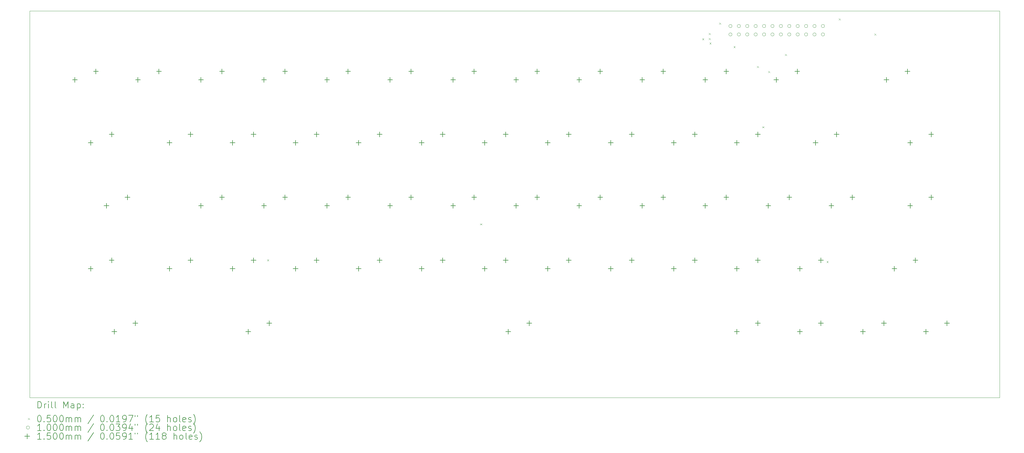
<source format=gbr>
%TF.GenerationSoftware,KiCad,Pcbnew,7.0.1*%
%TF.CreationDate,2023-10-19T22:58:37+03:00*%
%TF.ProjectId,keyboard_cherry,6b657962-6f61-4726-945f-636865727279,rev?*%
%TF.SameCoordinates,Original*%
%TF.FileFunction,Drillmap*%
%TF.FilePolarity,Positive*%
%FSLAX45Y45*%
G04 Gerber Fmt 4.5, Leading zero omitted, Abs format (unit mm)*
G04 Created by KiCad (PCBNEW 7.0.1) date 2023-10-19 22:58:37*
%MOMM*%
%LPD*%
G01*
G04 APERTURE LIST*
%ADD10C,0.100000*%
%ADD11C,0.200000*%
%ADD12C,0.050000*%
%ADD13C,0.150000*%
G04 APERTURE END LIST*
D10*
X0Y0D02*
X29310000Y0D01*
X29310000Y-11700000D01*
X0Y-11700000D01*
X0Y0D01*
D11*
D12*
X7173640Y-7517810D02*
X7223640Y-7567810D01*
X7223640Y-7517810D02*
X7173640Y-7567810D01*
X13611390Y-6432000D02*
X13661390Y-6482000D01*
X13661390Y-6432000D02*
X13611390Y-6482000D01*
X20322740Y-833010D02*
X20372740Y-883010D01*
X20372740Y-833010D02*
X20322740Y-883010D01*
X20519230Y-671620D02*
X20569230Y-721620D01*
X20569230Y-671620D02*
X20519230Y-721620D01*
X20519390Y-823420D02*
X20569390Y-873420D01*
X20569390Y-823420D02*
X20519390Y-873420D01*
X20542620Y-958730D02*
X20592620Y-1008730D01*
X20592620Y-958730D02*
X20542620Y-1008730D01*
X20834730Y-354910D02*
X20884730Y-404910D01*
X20884730Y-354910D02*
X20834730Y-404910D01*
X21271120Y-1069480D02*
X21321120Y-1119480D01*
X21321120Y-1069480D02*
X21271120Y-1119480D01*
X21974800Y-1672790D02*
X22024800Y-1722790D01*
X22024800Y-1672790D02*
X21974800Y-1722790D01*
X22141190Y-3493920D02*
X22191190Y-3543920D01*
X22191190Y-3493920D02*
X22141190Y-3543920D01*
X22319010Y-1822440D02*
X22369010Y-1872440D01*
X22369010Y-1822440D02*
X22319010Y-1872440D01*
X22824510Y-1302350D02*
X22874510Y-1352350D01*
X22874510Y-1302350D02*
X22824510Y-1352350D01*
X24081430Y-7568540D02*
X24131430Y-7618540D01*
X24131430Y-7568540D02*
X24081430Y-7618540D01*
X24448810Y-228410D02*
X24498810Y-278410D01*
X24498810Y-228410D02*
X24448810Y-278410D01*
X25522640Y-688000D02*
X25572640Y-738000D01*
X25572640Y-688000D02*
X25522640Y-738000D01*
D10*
X21225000Y-459000D02*
G75*
G03*
X21225000Y-459000I-50000J0D01*
G01*
X21225000Y-713000D02*
G75*
G03*
X21225000Y-713000I-50000J0D01*
G01*
X21479000Y-459000D02*
G75*
G03*
X21479000Y-459000I-50000J0D01*
G01*
X21479000Y-713000D02*
G75*
G03*
X21479000Y-713000I-50000J0D01*
G01*
X21733000Y-459000D02*
G75*
G03*
X21733000Y-459000I-50000J0D01*
G01*
X21733000Y-713000D02*
G75*
G03*
X21733000Y-713000I-50000J0D01*
G01*
X21987000Y-459000D02*
G75*
G03*
X21987000Y-459000I-50000J0D01*
G01*
X21987000Y-713000D02*
G75*
G03*
X21987000Y-713000I-50000J0D01*
G01*
X22241000Y-459000D02*
G75*
G03*
X22241000Y-459000I-50000J0D01*
G01*
X22241000Y-713000D02*
G75*
G03*
X22241000Y-713000I-50000J0D01*
G01*
X22495000Y-459000D02*
G75*
G03*
X22495000Y-459000I-50000J0D01*
G01*
X22495000Y-713000D02*
G75*
G03*
X22495000Y-713000I-50000J0D01*
G01*
X22749000Y-459000D02*
G75*
G03*
X22749000Y-459000I-50000J0D01*
G01*
X22749000Y-713000D02*
G75*
G03*
X22749000Y-713000I-50000J0D01*
G01*
X23003000Y-459000D02*
G75*
G03*
X23003000Y-459000I-50000J0D01*
G01*
X23003000Y-713000D02*
G75*
G03*
X23003000Y-713000I-50000J0D01*
G01*
X23257000Y-459000D02*
G75*
G03*
X23257000Y-459000I-50000J0D01*
G01*
X23257000Y-713000D02*
G75*
G03*
X23257000Y-713000I-50000J0D01*
G01*
X23511000Y-459000D02*
G75*
G03*
X23511000Y-459000I-50000J0D01*
G01*
X23511000Y-713000D02*
G75*
G03*
X23511000Y-713000I-50000J0D01*
G01*
X23765000Y-459000D02*
G75*
G03*
X23765000Y-459000I-50000J0D01*
G01*
X23765000Y-713000D02*
G75*
G03*
X23765000Y-713000I-50000J0D01*
G01*
X24019000Y-459000D02*
G75*
G03*
X24019000Y-459000I-50000J0D01*
G01*
X24019000Y-713000D02*
G75*
G03*
X24019000Y-713000I-50000J0D01*
G01*
D13*
X1364290Y-2009000D02*
X1364290Y-2159000D01*
X1289290Y-2084000D02*
X1439290Y-2084000D01*
X1840540Y-3914000D02*
X1840540Y-4064000D01*
X1765540Y-3989000D02*
X1915540Y-3989000D01*
X1840540Y-7724000D02*
X1840540Y-7874000D01*
X1765540Y-7799000D02*
X1915540Y-7799000D01*
X1999290Y-1755000D02*
X1999290Y-1905000D01*
X1924290Y-1830000D02*
X2074290Y-1830000D01*
X2316790Y-5819000D02*
X2316790Y-5969000D01*
X2241790Y-5894000D02*
X2391790Y-5894000D01*
X2475540Y-3660000D02*
X2475540Y-3810000D01*
X2400540Y-3735000D02*
X2550540Y-3735000D01*
X2475540Y-7470000D02*
X2475540Y-7620000D01*
X2400540Y-7545000D02*
X2550540Y-7545000D01*
X2554920Y-9629000D02*
X2554920Y-9779000D01*
X2479920Y-9704000D02*
X2629920Y-9704000D01*
X2951790Y-5565000D02*
X2951790Y-5715000D01*
X2876790Y-5640000D02*
X3026790Y-5640000D01*
X3189920Y-9375000D02*
X3189920Y-9525000D01*
X3114920Y-9450000D02*
X3264920Y-9450000D01*
X3269290Y-2009000D02*
X3269290Y-2159000D01*
X3194290Y-2084000D02*
X3344290Y-2084000D01*
X3904290Y-1755000D02*
X3904290Y-1905000D01*
X3829290Y-1830000D02*
X3979290Y-1830000D01*
X4221790Y-3914000D02*
X4221790Y-4064000D01*
X4146790Y-3989000D02*
X4296790Y-3989000D01*
X4221790Y-7724000D02*
X4221790Y-7874000D01*
X4146790Y-7799000D02*
X4296790Y-7799000D01*
X4856790Y-3660000D02*
X4856790Y-3810000D01*
X4781790Y-3735000D02*
X4931790Y-3735000D01*
X4856790Y-7470000D02*
X4856790Y-7620000D01*
X4781790Y-7545000D02*
X4931790Y-7545000D01*
X5174290Y-2009000D02*
X5174290Y-2159000D01*
X5099290Y-2084000D02*
X5249290Y-2084000D01*
X5174290Y-5819000D02*
X5174290Y-5969000D01*
X5099290Y-5894000D02*
X5249290Y-5894000D01*
X5809290Y-1755000D02*
X5809290Y-1905000D01*
X5734290Y-1830000D02*
X5884290Y-1830000D01*
X5809290Y-5565000D02*
X5809290Y-5715000D01*
X5734290Y-5640000D02*
X5884290Y-5640000D01*
X6126790Y-3914000D02*
X6126790Y-4064000D01*
X6051790Y-3989000D02*
X6201790Y-3989000D01*
X6126790Y-7724000D02*
X6126790Y-7874000D01*
X6051790Y-7799000D02*
X6201790Y-7799000D01*
X6603040Y-9629000D02*
X6603040Y-9779000D01*
X6528040Y-9704000D02*
X6678040Y-9704000D01*
X6761790Y-3660000D02*
X6761790Y-3810000D01*
X6686790Y-3735000D02*
X6836790Y-3735000D01*
X6761790Y-7470000D02*
X6761790Y-7620000D01*
X6686790Y-7545000D02*
X6836790Y-7545000D01*
X7079290Y-2009000D02*
X7079290Y-2159000D01*
X7004290Y-2084000D02*
X7154290Y-2084000D01*
X7079290Y-5819000D02*
X7079290Y-5969000D01*
X7004290Y-5894000D02*
X7154290Y-5894000D01*
X7238040Y-9375000D02*
X7238040Y-9525000D01*
X7163040Y-9450000D02*
X7313040Y-9450000D01*
X7714290Y-1755000D02*
X7714290Y-1905000D01*
X7639290Y-1830000D02*
X7789290Y-1830000D01*
X7714290Y-5565000D02*
X7714290Y-5715000D01*
X7639290Y-5640000D02*
X7789290Y-5640000D01*
X8031790Y-3914000D02*
X8031790Y-4064000D01*
X7956790Y-3989000D02*
X8106790Y-3989000D01*
X8031790Y-7724000D02*
X8031790Y-7874000D01*
X7956790Y-7799000D02*
X8106790Y-7799000D01*
X8666790Y-3660000D02*
X8666790Y-3810000D01*
X8591790Y-3735000D02*
X8741790Y-3735000D01*
X8666790Y-7470000D02*
X8666790Y-7620000D01*
X8591790Y-7545000D02*
X8741790Y-7545000D01*
X8984290Y-2009000D02*
X8984290Y-2159000D01*
X8909290Y-2084000D02*
X9059290Y-2084000D01*
X8984290Y-5819000D02*
X8984290Y-5969000D01*
X8909290Y-5894000D02*
X9059290Y-5894000D01*
X9619290Y-1755000D02*
X9619290Y-1905000D01*
X9544290Y-1830000D02*
X9694290Y-1830000D01*
X9619290Y-5565000D02*
X9619290Y-5715000D01*
X9544290Y-5640000D02*
X9694290Y-5640000D01*
X9936790Y-3914000D02*
X9936790Y-4064000D01*
X9861790Y-3989000D02*
X10011790Y-3989000D01*
X9936790Y-7724000D02*
X9936790Y-7874000D01*
X9861790Y-7799000D02*
X10011790Y-7799000D01*
X10571790Y-3660000D02*
X10571790Y-3810000D01*
X10496790Y-3735000D02*
X10646790Y-3735000D01*
X10571790Y-7470000D02*
X10571790Y-7620000D01*
X10496790Y-7545000D02*
X10646790Y-7545000D01*
X10889290Y-2009000D02*
X10889290Y-2159000D01*
X10814290Y-2084000D02*
X10964290Y-2084000D01*
X10889290Y-5819000D02*
X10889290Y-5969000D01*
X10814290Y-5894000D02*
X10964290Y-5894000D01*
X11524290Y-1755000D02*
X11524290Y-1905000D01*
X11449290Y-1830000D02*
X11599290Y-1830000D01*
X11524290Y-5565000D02*
X11524290Y-5715000D01*
X11449290Y-5640000D02*
X11599290Y-5640000D01*
X11841790Y-3914000D02*
X11841790Y-4064000D01*
X11766790Y-3989000D02*
X11916790Y-3989000D01*
X11841790Y-7724000D02*
X11841790Y-7874000D01*
X11766790Y-7799000D02*
X11916790Y-7799000D01*
X12476790Y-3660000D02*
X12476790Y-3810000D01*
X12401790Y-3735000D02*
X12551790Y-3735000D01*
X12476790Y-7470000D02*
X12476790Y-7620000D01*
X12401790Y-7545000D02*
X12551790Y-7545000D01*
X12794290Y-2009000D02*
X12794290Y-2159000D01*
X12719290Y-2084000D02*
X12869290Y-2084000D01*
X12794290Y-5819000D02*
X12794290Y-5969000D01*
X12719290Y-5894000D02*
X12869290Y-5894000D01*
X13429290Y-1755000D02*
X13429290Y-1905000D01*
X13354290Y-1830000D02*
X13504290Y-1830000D01*
X13429290Y-5565000D02*
X13429290Y-5715000D01*
X13354290Y-5640000D02*
X13504290Y-5640000D01*
X13746790Y-3914000D02*
X13746790Y-4064000D01*
X13671790Y-3989000D02*
X13821790Y-3989000D01*
X13746790Y-7724000D02*
X13746790Y-7874000D01*
X13671790Y-7799000D02*
X13821790Y-7799000D01*
X14381790Y-3660000D02*
X14381790Y-3810000D01*
X14306790Y-3735000D02*
X14456790Y-3735000D01*
X14381790Y-7470000D02*
X14381790Y-7620000D01*
X14306790Y-7545000D02*
X14456790Y-7545000D01*
X14461170Y-9629000D02*
X14461170Y-9779000D01*
X14386170Y-9704000D02*
X14536170Y-9704000D01*
X14699290Y-2009000D02*
X14699290Y-2159000D01*
X14624290Y-2084000D02*
X14774290Y-2084000D01*
X14699290Y-5819000D02*
X14699290Y-5969000D01*
X14624290Y-5894000D02*
X14774290Y-5894000D01*
X15096170Y-9375000D02*
X15096170Y-9525000D01*
X15021170Y-9450000D02*
X15171170Y-9450000D01*
X15334290Y-1755000D02*
X15334290Y-1905000D01*
X15259290Y-1830000D02*
X15409290Y-1830000D01*
X15334290Y-5565000D02*
X15334290Y-5715000D01*
X15259290Y-5640000D02*
X15409290Y-5640000D01*
X15651790Y-3914000D02*
X15651790Y-4064000D01*
X15576790Y-3989000D02*
X15726790Y-3989000D01*
X15651790Y-7724000D02*
X15651790Y-7874000D01*
X15576790Y-7799000D02*
X15726790Y-7799000D01*
X16286790Y-3660000D02*
X16286790Y-3810000D01*
X16211790Y-3735000D02*
X16361790Y-3735000D01*
X16286790Y-7470000D02*
X16286790Y-7620000D01*
X16211790Y-7545000D02*
X16361790Y-7545000D01*
X16604290Y-2009000D02*
X16604290Y-2159000D01*
X16529290Y-2084000D02*
X16679290Y-2084000D01*
X16604290Y-5819000D02*
X16604290Y-5969000D01*
X16529290Y-5894000D02*
X16679290Y-5894000D01*
X17239290Y-1755000D02*
X17239290Y-1905000D01*
X17164290Y-1830000D02*
X17314290Y-1830000D01*
X17239290Y-5565000D02*
X17239290Y-5715000D01*
X17164290Y-5640000D02*
X17314290Y-5640000D01*
X17556790Y-3914000D02*
X17556790Y-4064000D01*
X17481790Y-3989000D02*
X17631790Y-3989000D01*
X17556790Y-7724000D02*
X17556790Y-7874000D01*
X17481790Y-7799000D02*
X17631790Y-7799000D01*
X18191790Y-3660000D02*
X18191790Y-3810000D01*
X18116790Y-3735000D02*
X18266790Y-3735000D01*
X18191790Y-7470000D02*
X18191790Y-7620000D01*
X18116790Y-7545000D02*
X18266790Y-7545000D01*
X18509290Y-2009000D02*
X18509290Y-2159000D01*
X18434290Y-2084000D02*
X18584290Y-2084000D01*
X18509290Y-5819000D02*
X18509290Y-5969000D01*
X18434290Y-5894000D02*
X18584290Y-5894000D01*
X19144290Y-1755000D02*
X19144290Y-1905000D01*
X19069290Y-1830000D02*
X19219290Y-1830000D01*
X19144290Y-5565000D02*
X19144290Y-5715000D01*
X19069290Y-5640000D02*
X19219290Y-5640000D01*
X19461790Y-3914000D02*
X19461790Y-4064000D01*
X19386790Y-3989000D02*
X19536790Y-3989000D01*
X19461790Y-7724000D02*
X19461790Y-7874000D01*
X19386790Y-7799000D02*
X19536790Y-7799000D01*
X20096790Y-3660000D02*
X20096790Y-3810000D01*
X20021790Y-3735000D02*
X20171790Y-3735000D01*
X20096790Y-7470000D02*
X20096790Y-7620000D01*
X20021790Y-7545000D02*
X20171790Y-7545000D01*
X20414290Y-2009000D02*
X20414290Y-2159000D01*
X20339290Y-2084000D02*
X20489290Y-2084000D01*
X20414290Y-5819000D02*
X20414290Y-5969000D01*
X20339290Y-5894000D02*
X20489290Y-5894000D01*
X21049290Y-1755000D02*
X21049290Y-1905000D01*
X20974290Y-1830000D02*
X21124290Y-1830000D01*
X21049290Y-5565000D02*
X21049290Y-5715000D01*
X20974290Y-5640000D02*
X21124290Y-5640000D01*
X21366790Y-3914000D02*
X21366790Y-4064000D01*
X21291790Y-3989000D02*
X21441790Y-3989000D01*
X21366790Y-7724000D02*
X21366790Y-7874000D01*
X21291790Y-7799000D02*
X21441790Y-7799000D01*
X21366790Y-9629000D02*
X21366790Y-9779000D01*
X21291790Y-9704000D02*
X21441790Y-9704000D01*
X22001790Y-3660000D02*
X22001790Y-3810000D01*
X21926790Y-3735000D02*
X22076790Y-3735000D01*
X22001790Y-7470000D02*
X22001790Y-7620000D01*
X21926790Y-7545000D02*
X22076790Y-7545000D01*
X22001790Y-9375000D02*
X22001790Y-9525000D01*
X21926790Y-9450000D02*
X22076790Y-9450000D01*
X22319290Y-5819000D02*
X22319290Y-5969000D01*
X22244290Y-5894000D02*
X22394290Y-5894000D01*
X22557420Y-2009000D02*
X22557420Y-2159000D01*
X22482420Y-2084000D02*
X22632420Y-2084000D01*
X22954290Y-5565000D02*
X22954290Y-5715000D01*
X22879290Y-5640000D02*
X23029290Y-5640000D01*
X23192420Y-1755000D02*
X23192420Y-1905000D01*
X23117420Y-1830000D02*
X23267420Y-1830000D01*
X23271790Y-7724000D02*
X23271790Y-7874000D01*
X23196790Y-7799000D02*
X23346790Y-7799000D01*
X23271790Y-9629000D02*
X23271790Y-9779000D01*
X23196790Y-9704000D02*
X23346790Y-9704000D01*
X23748040Y-3914000D02*
X23748040Y-4064000D01*
X23673040Y-3989000D02*
X23823040Y-3989000D01*
X23906790Y-7470000D02*
X23906790Y-7620000D01*
X23831790Y-7545000D02*
X23981790Y-7545000D01*
X23906790Y-9375000D02*
X23906790Y-9525000D01*
X23831790Y-9450000D02*
X23981790Y-9450000D01*
X24224290Y-5819000D02*
X24224290Y-5969000D01*
X24149290Y-5894000D02*
X24299290Y-5894000D01*
X24383040Y-3660000D02*
X24383040Y-3810000D01*
X24308040Y-3735000D02*
X24458040Y-3735000D01*
X24859290Y-5565000D02*
X24859290Y-5715000D01*
X24784290Y-5640000D02*
X24934290Y-5640000D01*
X25176790Y-9629000D02*
X25176790Y-9779000D01*
X25101790Y-9704000D02*
X25251790Y-9704000D01*
X25811790Y-9375000D02*
X25811790Y-9525000D01*
X25736790Y-9450000D02*
X25886790Y-9450000D01*
X25891170Y-2009000D02*
X25891170Y-2159000D01*
X25816170Y-2084000D02*
X25966170Y-2084000D01*
X26129290Y-7724000D02*
X26129290Y-7874000D01*
X26054290Y-7799000D02*
X26204290Y-7799000D01*
X26526170Y-1755000D02*
X26526170Y-1905000D01*
X26451170Y-1830000D02*
X26601170Y-1830000D01*
X26605540Y-3914000D02*
X26605540Y-4064000D01*
X26530540Y-3989000D02*
X26680540Y-3989000D01*
X26605540Y-5819000D02*
X26605540Y-5969000D01*
X26530540Y-5894000D02*
X26680540Y-5894000D01*
X26764290Y-7470000D02*
X26764290Y-7620000D01*
X26689290Y-7545000D02*
X26839290Y-7545000D01*
X27081790Y-9629000D02*
X27081790Y-9779000D01*
X27006790Y-9704000D02*
X27156790Y-9704000D01*
X27240540Y-3660000D02*
X27240540Y-3810000D01*
X27165540Y-3735000D02*
X27315540Y-3735000D01*
X27240540Y-5565000D02*
X27240540Y-5715000D01*
X27165540Y-5640000D02*
X27315540Y-5640000D01*
X27716790Y-9375000D02*
X27716790Y-9525000D01*
X27641790Y-9450000D02*
X27791790Y-9450000D01*
D11*
X242619Y-12017524D02*
X242619Y-11817524D01*
X242619Y-11817524D02*
X290238Y-11817524D01*
X290238Y-11817524D02*
X318810Y-11827048D01*
X318810Y-11827048D02*
X337857Y-11846095D01*
X337857Y-11846095D02*
X347381Y-11865143D01*
X347381Y-11865143D02*
X356905Y-11903238D01*
X356905Y-11903238D02*
X356905Y-11931809D01*
X356905Y-11931809D02*
X347381Y-11969905D01*
X347381Y-11969905D02*
X337857Y-11988952D01*
X337857Y-11988952D02*
X318810Y-12008000D01*
X318810Y-12008000D02*
X290238Y-12017524D01*
X290238Y-12017524D02*
X242619Y-12017524D01*
X442619Y-12017524D02*
X442619Y-11884190D01*
X442619Y-11922286D02*
X452143Y-11903238D01*
X452143Y-11903238D02*
X461667Y-11893714D01*
X461667Y-11893714D02*
X480714Y-11884190D01*
X480714Y-11884190D02*
X499762Y-11884190D01*
X566429Y-12017524D02*
X566429Y-11884190D01*
X566429Y-11817524D02*
X556905Y-11827048D01*
X556905Y-11827048D02*
X566429Y-11836571D01*
X566429Y-11836571D02*
X575952Y-11827048D01*
X575952Y-11827048D02*
X566429Y-11817524D01*
X566429Y-11817524D02*
X566429Y-11836571D01*
X690238Y-12017524D02*
X671190Y-12008000D01*
X671190Y-12008000D02*
X661667Y-11988952D01*
X661667Y-11988952D02*
X661667Y-11817524D01*
X795000Y-12017524D02*
X775952Y-12008000D01*
X775952Y-12008000D02*
X766428Y-11988952D01*
X766428Y-11988952D02*
X766428Y-11817524D01*
X1023571Y-12017524D02*
X1023571Y-11817524D01*
X1023571Y-11817524D02*
X1090238Y-11960381D01*
X1090238Y-11960381D02*
X1156905Y-11817524D01*
X1156905Y-11817524D02*
X1156905Y-12017524D01*
X1337857Y-12017524D02*
X1337857Y-11912762D01*
X1337857Y-11912762D02*
X1328333Y-11893714D01*
X1328333Y-11893714D02*
X1309286Y-11884190D01*
X1309286Y-11884190D02*
X1271190Y-11884190D01*
X1271190Y-11884190D02*
X1252143Y-11893714D01*
X1337857Y-12008000D02*
X1318810Y-12017524D01*
X1318810Y-12017524D02*
X1271190Y-12017524D01*
X1271190Y-12017524D02*
X1252143Y-12008000D01*
X1252143Y-12008000D02*
X1242619Y-11988952D01*
X1242619Y-11988952D02*
X1242619Y-11969905D01*
X1242619Y-11969905D02*
X1252143Y-11950857D01*
X1252143Y-11950857D02*
X1271190Y-11941333D01*
X1271190Y-11941333D02*
X1318810Y-11941333D01*
X1318810Y-11941333D02*
X1337857Y-11931809D01*
X1433095Y-11884190D02*
X1433095Y-12084190D01*
X1433095Y-11893714D02*
X1452143Y-11884190D01*
X1452143Y-11884190D02*
X1490238Y-11884190D01*
X1490238Y-11884190D02*
X1509286Y-11893714D01*
X1509286Y-11893714D02*
X1518809Y-11903238D01*
X1518809Y-11903238D02*
X1528333Y-11922286D01*
X1528333Y-11922286D02*
X1528333Y-11979428D01*
X1528333Y-11979428D02*
X1518809Y-11998476D01*
X1518809Y-11998476D02*
X1509286Y-12008000D01*
X1509286Y-12008000D02*
X1490238Y-12017524D01*
X1490238Y-12017524D02*
X1452143Y-12017524D01*
X1452143Y-12017524D02*
X1433095Y-12008000D01*
X1614048Y-11998476D02*
X1623571Y-12008000D01*
X1623571Y-12008000D02*
X1614048Y-12017524D01*
X1614048Y-12017524D02*
X1604524Y-12008000D01*
X1604524Y-12008000D02*
X1614048Y-11998476D01*
X1614048Y-11998476D02*
X1614048Y-12017524D01*
X1614048Y-11893714D02*
X1623571Y-11903238D01*
X1623571Y-11903238D02*
X1614048Y-11912762D01*
X1614048Y-11912762D02*
X1604524Y-11903238D01*
X1604524Y-11903238D02*
X1614048Y-11893714D01*
X1614048Y-11893714D02*
X1614048Y-11912762D01*
D12*
X-55000Y-12320000D02*
X-5000Y-12370000D01*
X-5000Y-12320000D02*
X-55000Y-12370000D01*
D11*
X280714Y-12237524D02*
X299762Y-12237524D01*
X299762Y-12237524D02*
X318810Y-12247048D01*
X318810Y-12247048D02*
X328333Y-12256571D01*
X328333Y-12256571D02*
X337857Y-12275619D01*
X337857Y-12275619D02*
X347381Y-12313714D01*
X347381Y-12313714D02*
X347381Y-12361333D01*
X347381Y-12361333D02*
X337857Y-12399428D01*
X337857Y-12399428D02*
X328333Y-12418476D01*
X328333Y-12418476D02*
X318810Y-12428000D01*
X318810Y-12428000D02*
X299762Y-12437524D01*
X299762Y-12437524D02*
X280714Y-12437524D01*
X280714Y-12437524D02*
X261667Y-12428000D01*
X261667Y-12428000D02*
X252143Y-12418476D01*
X252143Y-12418476D02*
X242619Y-12399428D01*
X242619Y-12399428D02*
X233095Y-12361333D01*
X233095Y-12361333D02*
X233095Y-12313714D01*
X233095Y-12313714D02*
X242619Y-12275619D01*
X242619Y-12275619D02*
X252143Y-12256571D01*
X252143Y-12256571D02*
X261667Y-12247048D01*
X261667Y-12247048D02*
X280714Y-12237524D01*
X433095Y-12418476D02*
X442619Y-12428000D01*
X442619Y-12428000D02*
X433095Y-12437524D01*
X433095Y-12437524D02*
X423571Y-12428000D01*
X423571Y-12428000D02*
X433095Y-12418476D01*
X433095Y-12418476D02*
X433095Y-12437524D01*
X623571Y-12237524D02*
X528333Y-12237524D01*
X528333Y-12237524D02*
X518809Y-12332762D01*
X518809Y-12332762D02*
X528333Y-12323238D01*
X528333Y-12323238D02*
X547381Y-12313714D01*
X547381Y-12313714D02*
X595000Y-12313714D01*
X595000Y-12313714D02*
X614048Y-12323238D01*
X614048Y-12323238D02*
X623571Y-12332762D01*
X623571Y-12332762D02*
X633095Y-12351809D01*
X633095Y-12351809D02*
X633095Y-12399428D01*
X633095Y-12399428D02*
X623571Y-12418476D01*
X623571Y-12418476D02*
X614048Y-12428000D01*
X614048Y-12428000D02*
X595000Y-12437524D01*
X595000Y-12437524D02*
X547381Y-12437524D01*
X547381Y-12437524D02*
X528333Y-12428000D01*
X528333Y-12428000D02*
X518809Y-12418476D01*
X756905Y-12237524D02*
X775952Y-12237524D01*
X775952Y-12237524D02*
X795000Y-12247048D01*
X795000Y-12247048D02*
X804524Y-12256571D01*
X804524Y-12256571D02*
X814048Y-12275619D01*
X814048Y-12275619D02*
X823571Y-12313714D01*
X823571Y-12313714D02*
X823571Y-12361333D01*
X823571Y-12361333D02*
X814048Y-12399428D01*
X814048Y-12399428D02*
X804524Y-12418476D01*
X804524Y-12418476D02*
X795000Y-12428000D01*
X795000Y-12428000D02*
X775952Y-12437524D01*
X775952Y-12437524D02*
X756905Y-12437524D01*
X756905Y-12437524D02*
X737857Y-12428000D01*
X737857Y-12428000D02*
X728333Y-12418476D01*
X728333Y-12418476D02*
X718809Y-12399428D01*
X718809Y-12399428D02*
X709286Y-12361333D01*
X709286Y-12361333D02*
X709286Y-12313714D01*
X709286Y-12313714D02*
X718809Y-12275619D01*
X718809Y-12275619D02*
X728333Y-12256571D01*
X728333Y-12256571D02*
X737857Y-12247048D01*
X737857Y-12247048D02*
X756905Y-12237524D01*
X947381Y-12237524D02*
X966429Y-12237524D01*
X966429Y-12237524D02*
X985476Y-12247048D01*
X985476Y-12247048D02*
X995000Y-12256571D01*
X995000Y-12256571D02*
X1004524Y-12275619D01*
X1004524Y-12275619D02*
X1014048Y-12313714D01*
X1014048Y-12313714D02*
X1014048Y-12361333D01*
X1014048Y-12361333D02*
X1004524Y-12399428D01*
X1004524Y-12399428D02*
X995000Y-12418476D01*
X995000Y-12418476D02*
X985476Y-12428000D01*
X985476Y-12428000D02*
X966429Y-12437524D01*
X966429Y-12437524D02*
X947381Y-12437524D01*
X947381Y-12437524D02*
X928333Y-12428000D01*
X928333Y-12428000D02*
X918809Y-12418476D01*
X918809Y-12418476D02*
X909286Y-12399428D01*
X909286Y-12399428D02*
X899762Y-12361333D01*
X899762Y-12361333D02*
X899762Y-12313714D01*
X899762Y-12313714D02*
X909286Y-12275619D01*
X909286Y-12275619D02*
X918809Y-12256571D01*
X918809Y-12256571D02*
X928333Y-12247048D01*
X928333Y-12247048D02*
X947381Y-12237524D01*
X1099762Y-12437524D02*
X1099762Y-12304190D01*
X1099762Y-12323238D02*
X1109286Y-12313714D01*
X1109286Y-12313714D02*
X1128333Y-12304190D01*
X1128333Y-12304190D02*
X1156905Y-12304190D01*
X1156905Y-12304190D02*
X1175952Y-12313714D01*
X1175952Y-12313714D02*
X1185476Y-12332762D01*
X1185476Y-12332762D02*
X1185476Y-12437524D01*
X1185476Y-12332762D02*
X1195000Y-12313714D01*
X1195000Y-12313714D02*
X1214048Y-12304190D01*
X1214048Y-12304190D02*
X1242619Y-12304190D01*
X1242619Y-12304190D02*
X1261667Y-12313714D01*
X1261667Y-12313714D02*
X1271191Y-12332762D01*
X1271191Y-12332762D02*
X1271191Y-12437524D01*
X1366429Y-12437524D02*
X1366429Y-12304190D01*
X1366429Y-12323238D02*
X1375952Y-12313714D01*
X1375952Y-12313714D02*
X1395000Y-12304190D01*
X1395000Y-12304190D02*
X1423571Y-12304190D01*
X1423571Y-12304190D02*
X1442619Y-12313714D01*
X1442619Y-12313714D02*
X1452143Y-12332762D01*
X1452143Y-12332762D02*
X1452143Y-12437524D01*
X1452143Y-12332762D02*
X1461667Y-12313714D01*
X1461667Y-12313714D02*
X1480714Y-12304190D01*
X1480714Y-12304190D02*
X1509286Y-12304190D01*
X1509286Y-12304190D02*
X1528333Y-12313714D01*
X1528333Y-12313714D02*
X1537857Y-12332762D01*
X1537857Y-12332762D02*
X1537857Y-12437524D01*
X1928333Y-12228000D02*
X1756905Y-12485143D01*
X2185476Y-12237524D02*
X2204524Y-12237524D01*
X2204524Y-12237524D02*
X2223572Y-12247048D01*
X2223572Y-12247048D02*
X2233095Y-12256571D01*
X2233095Y-12256571D02*
X2242619Y-12275619D01*
X2242619Y-12275619D02*
X2252143Y-12313714D01*
X2252143Y-12313714D02*
X2252143Y-12361333D01*
X2252143Y-12361333D02*
X2242619Y-12399428D01*
X2242619Y-12399428D02*
X2233095Y-12418476D01*
X2233095Y-12418476D02*
X2223572Y-12428000D01*
X2223572Y-12428000D02*
X2204524Y-12437524D01*
X2204524Y-12437524D02*
X2185476Y-12437524D01*
X2185476Y-12437524D02*
X2166429Y-12428000D01*
X2166429Y-12428000D02*
X2156905Y-12418476D01*
X2156905Y-12418476D02*
X2147381Y-12399428D01*
X2147381Y-12399428D02*
X2137857Y-12361333D01*
X2137857Y-12361333D02*
X2137857Y-12313714D01*
X2137857Y-12313714D02*
X2147381Y-12275619D01*
X2147381Y-12275619D02*
X2156905Y-12256571D01*
X2156905Y-12256571D02*
X2166429Y-12247048D01*
X2166429Y-12247048D02*
X2185476Y-12237524D01*
X2337857Y-12418476D02*
X2347381Y-12428000D01*
X2347381Y-12428000D02*
X2337857Y-12437524D01*
X2337857Y-12437524D02*
X2328334Y-12428000D01*
X2328334Y-12428000D02*
X2337857Y-12418476D01*
X2337857Y-12418476D02*
X2337857Y-12437524D01*
X2471191Y-12237524D02*
X2490238Y-12237524D01*
X2490238Y-12237524D02*
X2509286Y-12247048D01*
X2509286Y-12247048D02*
X2518810Y-12256571D01*
X2518810Y-12256571D02*
X2528334Y-12275619D01*
X2528334Y-12275619D02*
X2537857Y-12313714D01*
X2537857Y-12313714D02*
X2537857Y-12361333D01*
X2537857Y-12361333D02*
X2528334Y-12399428D01*
X2528334Y-12399428D02*
X2518810Y-12418476D01*
X2518810Y-12418476D02*
X2509286Y-12428000D01*
X2509286Y-12428000D02*
X2490238Y-12437524D01*
X2490238Y-12437524D02*
X2471191Y-12437524D01*
X2471191Y-12437524D02*
X2452143Y-12428000D01*
X2452143Y-12428000D02*
X2442619Y-12418476D01*
X2442619Y-12418476D02*
X2433095Y-12399428D01*
X2433095Y-12399428D02*
X2423572Y-12361333D01*
X2423572Y-12361333D02*
X2423572Y-12313714D01*
X2423572Y-12313714D02*
X2433095Y-12275619D01*
X2433095Y-12275619D02*
X2442619Y-12256571D01*
X2442619Y-12256571D02*
X2452143Y-12247048D01*
X2452143Y-12247048D02*
X2471191Y-12237524D01*
X2728334Y-12437524D02*
X2614048Y-12437524D01*
X2671191Y-12437524D02*
X2671191Y-12237524D01*
X2671191Y-12237524D02*
X2652143Y-12266095D01*
X2652143Y-12266095D02*
X2633095Y-12285143D01*
X2633095Y-12285143D02*
X2614048Y-12294667D01*
X2823572Y-12437524D02*
X2861667Y-12437524D01*
X2861667Y-12437524D02*
X2880714Y-12428000D01*
X2880714Y-12428000D02*
X2890238Y-12418476D01*
X2890238Y-12418476D02*
X2909286Y-12389905D01*
X2909286Y-12389905D02*
X2918810Y-12351809D01*
X2918810Y-12351809D02*
X2918810Y-12275619D01*
X2918810Y-12275619D02*
X2909286Y-12256571D01*
X2909286Y-12256571D02*
X2899762Y-12247048D01*
X2899762Y-12247048D02*
X2880714Y-12237524D01*
X2880714Y-12237524D02*
X2842619Y-12237524D01*
X2842619Y-12237524D02*
X2823572Y-12247048D01*
X2823572Y-12247048D02*
X2814048Y-12256571D01*
X2814048Y-12256571D02*
X2804524Y-12275619D01*
X2804524Y-12275619D02*
X2804524Y-12323238D01*
X2804524Y-12323238D02*
X2814048Y-12342286D01*
X2814048Y-12342286D02*
X2823572Y-12351809D01*
X2823572Y-12351809D02*
X2842619Y-12361333D01*
X2842619Y-12361333D02*
X2880714Y-12361333D01*
X2880714Y-12361333D02*
X2899762Y-12351809D01*
X2899762Y-12351809D02*
X2909286Y-12342286D01*
X2909286Y-12342286D02*
X2918810Y-12323238D01*
X2985476Y-12237524D02*
X3118810Y-12237524D01*
X3118810Y-12237524D02*
X3033095Y-12437524D01*
X3185476Y-12237524D02*
X3185476Y-12275619D01*
X3261667Y-12237524D02*
X3261667Y-12275619D01*
X3556905Y-12513714D02*
X3547381Y-12504190D01*
X3547381Y-12504190D02*
X3528334Y-12475619D01*
X3528334Y-12475619D02*
X3518810Y-12456571D01*
X3518810Y-12456571D02*
X3509286Y-12428000D01*
X3509286Y-12428000D02*
X3499762Y-12380381D01*
X3499762Y-12380381D02*
X3499762Y-12342286D01*
X3499762Y-12342286D02*
X3509286Y-12294667D01*
X3509286Y-12294667D02*
X3518810Y-12266095D01*
X3518810Y-12266095D02*
X3528334Y-12247048D01*
X3528334Y-12247048D02*
X3547381Y-12218476D01*
X3547381Y-12218476D02*
X3556905Y-12208952D01*
X3737857Y-12437524D02*
X3623572Y-12437524D01*
X3680714Y-12437524D02*
X3680714Y-12237524D01*
X3680714Y-12237524D02*
X3661667Y-12266095D01*
X3661667Y-12266095D02*
X3642619Y-12285143D01*
X3642619Y-12285143D02*
X3623572Y-12294667D01*
X3918810Y-12237524D02*
X3823572Y-12237524D01*
X3823572Y-12237524D02*
X3814048Y-12332762D01*
X3814048Y-12332762D02*
X3823572Y-12323238D01*
X3823572Y-12323238D02*
X3842619Y-12313714D01*
X3842619Y-12313714D02*
X3890238Y-12313714D01*
X3890238Y-12313714D02*
X3909286Y-12323238D01*
X3909286Y-12323238D02*
X3918810Y-12332762D01*
X3918810Y-12332762D02*
X3928334Y-12351809D01*
X3928334Y-12351809D02*
X3928334Y-12399428D01*
X3928334Y-12399428D02*
X3918810Y-12418476D01*
X3918810Y-12418476D02*
X3909286Y-12428000D01*
X3909286Y-12428000D02*
X3890238Y-12437524D01*
X3890238Y-12437524D02*
X3842619Y-12437524D01*
X3842619Y-12437524D02*
X3823572Y-12428000D01*
X3823572Y-12428000D02*
X3814048Y-12418476D01*
X4166429Y-12437524D02*
X4166429Y-12237524D01*
X4252143Y-12437524D02*
X4252143Y-12332762D01*
X4252143Y-12332762D02*
X4242619Y-12313714D01*
X4242619Y-12313714D02*
X4223572Y-12304190D01*
X4223572Y-12304190D02*
X4195000Y-12304190D01*
X4195000Y-12304190D02*
X4175953Y-12313714D01*
X4175953Y-12313714D02*
X4166429Y-12323238D01*
X4375953Y-12437524D02*
X4356905Y-12428000D01*
X4356905Y-12428000D02*
X4347381Y-12418476D01*
X4347381Y-12418476D02*
X4337858Y-12399428D01*
X4337858Y-12399428D02*
X4337858Y-12342286D01*
X4337858Y-12342286D02*
X4347381Y-12323238D01*
X4347381Y-12323238D02*
X4356905Y-12313714D01*
X4356905Y-12313714D02*
X4375953Y-12304190D01*
X4375953Y-12304190D02*
X4404524Y-12304190D01*
X4404524Y-12304190D02*
X4423572Y-12313714D01*
X4423572Y-12313714D02*
X4433096Y-12323238D01*
X4433096Y-12323238D02*
X4442619Y-12342286D01*
X4442619Y-12342286D02*
X4442619Y-12399428D01*
X4442619Y-12399428D02*
X4433096Y-12418476D01*
X4433096Y-12418476D02*
X4423572Y-12428000D01*
X4423572Y-12428000D02*
X4404524Y-12437524D01*
X4404524Y-12437524D02*
X4375953Y-12437524D01*
X4556905Y-12437524D02*
X4537858Y-12428000D01*
X4537858Y-12428000D02*
X4528334Y-12408952D01*
X4528334Y-12408952D02*
X4528334Y-12237524D01*
X4709286Y-12428000D02*
X4690239Y-12437524D01*
X4690239Y-12437524D02*
X4652143Y-12437524D01*
X4652143Y-12437524D02*
X4633096Y-12428000D01*
X4633096Y-12428000D02*
X4623572Y-12408952D01*
X4623572Y-12408952D02*
X4623572Y-12332762D01*
X4623572Y-12332762D02*
X4633096Y-12313714D01*
X4633096Y-12313714D02*
X4652143Y-12304190D01*
X4652143Y-12304190D02*
X4690239Y-12304190D01*
X4690239Y-12304190D02*
X4709286Y-12313714D01*
X4709286Y-12313714D02*
X4718810Y-12332762D01*
X4718810Y-12332762D02*
X4718810Y-12351809D01*
X4718810Y-12351809D02*
X4623572Y-12370857D01*
X4795000Y-12428000D02*
X4814048Y-12437524D01*
X4814048Y-12437524D02*
X4852143Y-12437524D01*
X4852143Y-12437524D02*
X4871191Y-12428000D01*
X4871191Y-12428000D02*
X4880715Y-12408952D01*
X4880715Y-12408952D02*
X4880715Y-12399428D01*
X4880715Y-12399428D02*
X4871191Y-12380381D01*
X4871191Y-12380381D02*
X4852143Y-12370857D01*
X4852143Y-12370857D02*
X4823572Y-12370857D01*
X4823572Y-12370857D02*
X4804524Y-12361333D01*
X4804524Y-12361333D02*
X4795000Y-12342286D01*
X4795000Y-12342286D02*
X4795000Y-12332762D01*
X4795000Y-12332762D02*
X4804524Y-12313714D01*
X4804524Y-12313714D02*
X4823572Y-12304190D01*
X4823572Y-12304190D02*
X4852143Y-12304190D01*
X4852143Y-12304190D02*
X4871191Y-12313714D01*
X4947381Y-12513714D02*
X4956905Y-12504190D01*
X4956905Y-12504190D02*
X4975953Y-12475619D01*
X4975953Y-12475619D02*
X4985477Y-12456571D01*
X4985477Y-12456571D02*
X4995000Y-12428000D01*
X4995000Y-12428000D02*
X5004524Y-12380381D01*
X5004524Y-12380381D02*
X5004524Y-12342286D01*
X5004524Y-12342286D02*
X4995000Y-12294667D01*
X4995000Y-12294667D02*
X4985477Y-12266095D01*
X4985477Y-12266095D02*
X4975953Y-12247048D01*
X4975953Y-12247048D02*
X4956905Y-12218476D01*
X4956905Y-12218476D02*
X4947381Y-12208952D01*
D10*
X-5000Y-12609000D02*
G75*
G03*
X-5000Y-12609000I-50000J0D01*
G01*
D11*
X347381Y-12701524D02*
X233095Y-12701524D01*
X290238Y-12701524D02*
X290238Y-12501524D01*
X290238Y-12501524D02*
X271190Y-12530095D01*
X271190Y-12530095D02*
X252143Y-12549143D01*
X252143Y-12549143D02*
X233095Y-12558667D01*
X433095Y-12682476D02*
X442619Y-12692000D01*
X442619Y-12692000D02*
X433095Y-12701524D01*
X433095Y-12701524D02*
X423571Y-12692000D01*
X423571Y-12692000D02*
X433095Y-12682476D01*
X433095Y-12682476D02*
X433095Y-12701524D01*
X566429Y-12501524D02*
X585476Y-12501524D01*
X585476Y-12501524D02*
X604524Y-12511048D01*
X604524Y-12511048D02*
X614048Y-12520571D01*
X614048Y-12520571D02*
X623571Y-12539619D01*
X623571Y-12539619D02*
X633095Y-12577714D01*
X633095Y-12577714D02*
X633095Y-12625333D01*
X633095Y-12625333D02*
X623571Y-12663428D01*
X623571Y-12663428D02*
X614048Y-12682476D01*
X614048Y-12682476D02*
X604524Y-12692000D01*
X604524Y-12692000D02*
X585476Y-12701524D01*
X585476Y-12701524D02*
X566429Y-12701524D01*
X566429Y-12701524D02*
X547381Y-12692000D01*
X547381Y-12692000D02*
X537857Y-12682476D01*
X537857Y-12682476D02*
X528333Y-12663428D01*
X528333Y-12663428D02*
X518809Y-12625333D01*
X518809Y-12625333D02*
X518809Y-12577714D01*
X518809Y-12577714D02*
X528333Y-12539619D01*
X528333Y-12539619D02*
X537857Y-12520571D01*
X537857Y-12520571D02*
X547381Y-12511048D01*
X547381Y-12511048D02*
X566429Y-12501524D01*
X756905Y-12501524D02*
X775952Y-12501524D01*
X775952Y-12501524D02*
X795000Y-12511048D01*
X795000Y-12511048D02*
X804524Y-12520571D01*
X804524Y-12520571D02*
X814048Y-12539619D01*
X814048Y-12539619D02*
X823571Y-12577714D01*
X823571Y-12577714D02*
X823571Y-12625333D01*
X823571Y-12625333D02*
X814048Y-12663428D01*
X814048Y-12663428D02*
X804524Y-12682476D01*
X804524Y-12682476D02*
X795000Y-12692000D01*
X795000Y-12692000D02*
X775952Y-12701524D01*
X775952Y-12701524D02*
X756905Y-12701524D01*
X756905Y-12701524D02*
X737857Y-12692000D01*
X737857Y-12692000D02*
X728333Y-12682476D01*
X728333Y-12682476D02*
X718809Y-12663428D01*
X718809Y-12663428D02*
X709286Y-12625333D01*
X709286Y-12625333D02*
X709286Y-12577714D01*
X709286Y-12577714D02*
X718809Y-12539619D01*
X718809Y-12539619D02*
X728333Y-12520571D01*
X728333Y-12520571D02*
X737857Y-12511048D01*
X737857Y-12511048D02*
X756905Y-12501524D01*
X947381Y-12501524D02*
X966429Y-12501524D01*
X966429Y-12501524D02*
X985476Y-12511048D01*
X985476Y-12511048D02*
X995000Y-12520571D01*
X995000Y-12520571D02*
X1004524Y-12539619D01*
X1004524Y-12539619D02*
X1014048Y-12577714D01*
X1014048Y-12577714D02*
X1014048Y-12625333D01*
X1014048Y-12625333D02*
X1004524Y-12663428D01*
X1004524Y-12663428D02*
X995000Y-12682476D01*
X995000Y-12682476D02*
X985476Y-12692000D01*
X985476Y-12692000D02*
X966429Y-12701524D01*
X966429Y-12701524D02*
X947381Y-12701524D01*
X947381Y-12701524D02*
X928333Y-12692000D01*
X928333Y-12692000D02*
X918809Y-12682476D01*
X918809Y-12682476D02*
X909286Y-12663428D01*
X909286Y-12663428D02*
X899762Y-12625333D01*
X899762Y-12625333D02*
X899762Y-12577714D01*
X899762Y-12577714D02*
X909286Y-12539619D01*
X909286Y-12539619D02*
X918809Y-12520571D01*
X918809Y-12520571D02*
X928333Y-12511048D01*
X928333Y-12511048D02*
X947381Y-12501524D01*
X1099762Y-12701524D02*
X1099762Y-12568190D01*
X1099762Y-12587238D02*
X1109286Y-12577714D01*
X1109286Y-12577714D02*
X1128333Y-12568190D01*
X1128333Y-12568190D02*
X1156905Y-12568190D01*
X1156905Y-12568190D02*
X1175952Y-12577714D01*
X1175952Y-12577714D02*
X1185476Y-12596762D01*
X1185476Y-12596762D02*
X1185476Y-12701524D01*
X1185476Y-12596762D02*
X1195000Y-12577714D01*
X1195000Y-12577714D02*
X1214048Y-12568190D01*
X1214048Y-12568190D02*
X1242619Y-12568190D01*
X1242619Y-12568190D02*
X1261667Y-12577714D01*
X1261667Y-12577714D02*
X1271191Y-12596762D01*
X1271191Y-12596762D02*
X1271191Y-12701524D01*
X1366429Y-12701524D02*
X1366429Y-12568190D01*
X1366429Y-12587238D02*
X1375952Y-12577714D01*
X1375952Y-12577714D02*
X1395000Y-12568190D01*
X1395000Y-12568190D02*
X1423571Y-12568190D01*
X1423571Y-12568190D02*
X1442619Y-12577714D01*
X1442619Y-12577714D02*
X1452143Y-12596762D01*
X1452143Y-12596762D02*
X1452143Y-12701524D01*
X1452143Y-12596762D02*
X1461667Y-12577714D01*
X1461667Y-12577714D02*
X1480714Y-12568190D01*
X1480714Y-12568190D02*
X1509286Y-12568190D01*
X1509286Y-12568190D02*
X1528333Y-12577714D01*
X1528333Y-12577714D02*
X1537857Y-12596762D01*
X1537857Y-12596762D02*
X1537857Y-12701524D01*
X1928333Y-12492000D02*
X1756905Y-12749143D01*
X2185476Y-12501524D02*
X2204524Y-12501524D01*
X2204524Y-12501524D02*
X2223572Y-12511048D01*
X2223572Y-12511048D02*
X2233095Y-12520571D01*
X2233095Y-12520571D02*
X2242619Y-12539619D01*
X2242619Y-12539619D02*
X2252143Y-12577714D01*
X2252143Y-12577714D02*
X2252143Y-12625333D01*
X2252143Y-12625333D02*
X2242619Y-12663428D01*
X2242619Y-12663428D02*
X2233095Y-12682476D01*
X2233095Y-12682476D02*
X2223572Y-12692000D01*
X2223572Y-12692000D02*
X2204524Y-12701524D01*
X2204524Y-12701524D02*
X2185476Y-12701524D01*
X2185476Y-12701524D02*
X2166429Y-12692000D01*
X2166429Y-12692000D02*
X2156905Y-12682476D01*
X2156905Y-12682476D02*
X2147381Y-12663428D01*
X2147381Y-12663428D02*
X2137857Y-12625333D01*
X2137857Y-12625333D02*
X2137857Y-12577714D01*
X2137857Y-12577714D02*
X2147381Y-12539619D01*
X2147381Y-12539619D02*
X2156905Y-12520571D01*
X2156905Y-12520571D02*
X2166429Y-12511048D01*
X2166429Y-12511048D02*
X2185476Y-12501524D01*
X2337857Y-12682476D02*
X2347381Y-12692000D01*
X2347381Y-12692000D02*
X2337857Y-12701524D01*
X2337857Y-12701524D02*
X2328334Y-12692000D01*
X2328334Y-12692000D02*
X2337857Y-12682476D01*
X2337857Y-12682476D02*
X2337857Y-12701524D01*
X2471191Y-12501524D02*
X2490238Y-12501524D01*
X2490238Y-12501524D02*
X2509286Y-12511048D01*
X2509286Y-12511048D02*
X2518810Y-12520571D01*
X2518810Y-12520571D02*
X2528334Y-12539619D01*
X2528334Y-12539619D02*
X2537857Y-12577714D01*
X2537857Y-12577714D02*
X2537857Y-12625333D01*
X2537857Y-12625333D02*
X2528334Y-12663428D01*
X2528334Y-12663428D02*
X2518810Y-12682476D01*
X2518810Y-12682476D02*
X2509286Y-12692000D01*
X2509286Y-12692000D02*
X2490238Y-12701524D01*
X2490238Y-12701524D02*
X2471191Y-12701524D01*
X2471191Y-12701524D02*
X2452143Y-12692000D01*
X2452143Y-12692000D02*
X2442619Y-12682476D01*
X2442619Y-12682476D02*
X2433095Y-12663428D01*
X2433095Y-12663428D02*
X2423572Y-12625333D01*
X2423572Y-12625333D02*
X2423572Y-12577714D01*
X2423572Y-12577714D02*
X2433095Y-12539619D01*
X2433095Y-12539619D02*
X2442619Y-12520571D01*
X2442619Y-12520571D02*
X2452143Y-12511048D01*
X2452143Y-12511048D02*
X2471191Y-12501524D01*
X2604524Y-12501524D02*
X2728334Y-12501524D01*
X2728334Y-12501524D02*
X2661667Y-12577714D01*
X2661667Y-12577714D02*
X2690238Y-12577714D01*
X2690238Y-12577714D02*
X2709286Y-12587238D01*
X2709286Y-12587238D02*
X2718810Y-12596762D01*
X2718810Y-12596762D02*
X2728334Y-12615809D01*
X2728334Y-12615809D02*
X2728334Y-12663428D01*
X2728334Y-12663428D02*
X2718810Y-12682476D01*
X2718810Y-12682476D02*
X2709286Y-12692000D01*
X2709286Y-12692000D02*
X2690238Y-12701524D01*
X2690238Y-12701524D02*
X2633095Y-12701524D01*
X2633095Y-12701524D02*
X2614048Y-12692000D01*
X2614048Y-12692000D02*
X2604524Y-12682476D01*
X2823572Y-12701524D02*
X2861667Y-12701524D01*
X2861667Y-12701524D02*
X2880714Y-12692000D01*
X2880714Y-12692000D02*
X2890238Y-12682476D01*
X2890238Y-12682476D02*
X2909286Y-12653905D01*
X2909286Y-12653905D02*
X2918810Y-12615809D01*
X2918810Y-12615809D02*
X2918810Y-12539619D01*
X2918810Y-12539619D02*
X2909286Y-12520571D01*
X2909286Y-12520571D02*
X2899762Y-12511048D01*
X2899762Y-12511048D02*
X2880714Y-12501524D01*
X2880714Y-12501524D02*
X2842619Y-12501524D01*
X2842619Y-12501524D02*
X2823572Y-12511048D01*
X2823572Y-12511048D02*
X2814048Y-12520571D01*
X2814048Y-12520571D02*
X2804524Y-12539619D01*
X2804524Y-12539619D02*
X2804524Y-12587238D01*
X2804524Y-12587238D02*
X2814048Y-12606286D01*
X2814048Y-12606286D02*
X2823572Y-12615809D01*
X2823572Y-12615809D02*
X2842619Y-12625333D01*
X2842619Y-12625333D02*
X2880714Y-12625333D01*
X2880714Y-12625333D02*
X2899762Y-12615809D01*
X2899762Y-12615809D02*
X2909286Y-12606286D01*
X2909286Y-12606286D02*
X2918810Y-12587238D01*
X3090238Y-12568190D02*
X3090238Y-12701524D01*
X3042619Y-12492000D02*
X2995000Y-12634857D01*
X2995000Y-12634857D02*
X3118810Y-12634857D01*
X3185476Y-12501524D02*
X3185476Y-12539619D01*
X3261667Y-12501524D02*
X3261667Y-12539619D01*
X3556905Y-12777714D02*
X3547381Y-12768190D01*
X3547381Y-12768190D02*
X3528334Y-12739619D01*
X3528334Y-12739619D02*
X3518810Y-12720571D01*
X3518810Y-12720571D02*
X3509286Y-12692000D01*
X3509286Y-12692000D02*
X3499762Y-12644381D01*
X3499762Y-12644381D02*
X3499762Y-12606286D01*
X3499762Y-12606286D02*
X3509286Y-12558667D01*
X3509286Y-12558667D02*
X3518810Y-12530095D01*
X3518810Y-12530095D02*
X3528334Y-12511048D01*
X3528334Y-12511048D02*
X3547381Y-12482476D01*
X3547381Y-12482476D02*
X3556905Y-12472952D01*
X3623572Y-12520571D02*
X3633095Y-12511048D01*
X3633095Y-12511048D02*
X3652143Y-12501524D01*
X3652143Y-12501524D02*
X3699762Y-12501524D01*
X3699762Y-12501524D02*
X3718810Y-12511048D01*
X3718810Y-12511048D02*
X3728334Y-12520571D01*
X3728334Y-12520571D02*
X3737857Y-12539619D01*
X3737857Y-12539619D02*
X3737857Y-12558667D01*
X3737857Y-12558667D02*
X3728334Y-12587238D01*
X3728334Y-12587238D02*
X3614048Y-12701524D01*
X3614048Y-12701524D02*
X3737857Y-12701524D01*
X3909286Y-12568190D02*
X3909286Y-12701524D01*
X3861667Y-12492000D02*
X3814048Y-12634857D01*
X3814048Y-12634857D02*
X3937857Y-12634857D01*
X4166429Y-12701524D02*
X4166429Y-12501524D01*
X4252143Y-12701524D02*
X4252143Y-12596762D01*
X4252143Y-12596762D02*
X4242619Y-12577714D01*
X4242619Y-12577714D02*
X4223572Y-12568190D01*
X4223572Y-12568190D02*
X4195000Y-12568190D01*
X4195000Y-12568190D02*
X4175953Y-12577714D01*
X4175953Y-12577714D02*
X4166429Y-12587238D01*
X4375953Y-12701524D02*
X4356905Y-12692000D01*
X4356905Y-12692000D02*
X4347381Y-12682476D01*
X4347381Y-12682476D02*
X4337858Y-12663428D01*
X4337858Y-12663428D02*
X4337858Y-12606286D01*
X4337858Y-12606286D02*
X4347381Y-12587238D01*
X4347381Y-12587238D02*
X4356905Y-12577714D01*
X4356905Y-12577714D02*
X4375953Y-12568190D01*
X4375953Y-12568190D02*
X4404524Y-12568190D01*
X4404524Y-12568190D02*
X4423572Y-12577714D01*
X4423572Y-12577714D02*
X4433096Y-12587238D01*
X4433096Y-12587238D02*
X4442619Y-12606286D01*
X4442619Y-12606286D02*
X4442619Y-12663428D01*
X4442619Y-12663428D02*
X4433096Y-12682476D01*
X4433096Y-12682476D02*
X4423572Y-12692000D01*
X4423572Y-12692000D02*
X4404524Y-12701524D01*
X4404524Y-12701524D02*
X4375953Y-12701524D01*
X4556905Y-12701524D02*
X4537858Y-12692000D01*
X4537858Y-12692000D02*
X4528334Y-12672952D01*
X4528334Y-12672952D02*
X4528334Y-12501524D01*
X4709286Y-12692000D02*
X4690239Y-12701524D01*
X4690239Y-12701524D02*
X4652143Y-12701524D01*
X4652143Y-12701524D02*
X4633096Y-12692000D01*
X4633096Y-12692000D02*
X4623572Y-12672952D01*
X4623572Y-12672952D02*
X4623572Y-12596762D01*
X4623572Y-12596762D02*
X4633096Y-12577714D01*
X4633096Y-12577714D02*
X4652143Y-12568190D01*
X4652143Y-12568190D02*
X4690239Y-12568190D01*
X4690239Y-12568190D02*
X4709286Y-12577714D01*
X4709286Y-12577714D02*
X4718810Y-12596762D01*
X4718810Y-12596762D02*
X4718810Y-12615809D01*
X4718810Y-12615809D02*
X4623572Y-12634857D01*
X4795000Y-12692000D02*
X4814048Y-12701524D01*
X4814048Y-12701524D02*
X4852143Y-12701524D01*
X4852143Y-12701524D02*
X4871191Y-12692000D01*
X4871191Y-12692000D02*
X4880715Y-12672952D01*
X4880715Y-12672952D02*
X4880715Y-12663428D01*
X4880715Y-12663428D02*
X4871191Y-12644381D01*
X4871191Y-12644381D02*
X4852143Y-12634857D01*
X4852143Y-12634857D02*
X4823572Y-12634857D01*
X4823572Y-12634857D02*
X4804524Y-12625333D01*
X4804524Y-12625333D02*
X4795000Y-12606286D01*
X4795000Y-12606286D02*
X4795000Y-12596762D01*
X4795000Y-12596762D02*
X4804524Y-12577714D01*
X4804524Y-12577714D02*
X4823572Y-12568190D01*
X4823572Y-12568190D02*
X4852143Y-12568190D01*
X4852143Y-12568190D02*
X4871191Y-12577714D01*
X4947381Y-12777714D02*
X4956905Y-12768190D01*
X4956905Y-12768190D02*
X4975953Y-12739619D01*
X4975953Y-12739619D02*
X4985477Y-12720571D01*
X4985477Y-12720571D02*
X4995000Y-12692000D01*
X4995000Y-12692000D02*
X5004524Y-12644381D01*
X5004524Y-12644381D02*
X5004524Y-12606286D01*
X5004524Y-12606286D02*
X4995000Y-12558667D01*
X4995000Y-12558667D02*
X4985477Y-12530095D01*
X4985477Y-12530095D02*
X4975953Y-12511048D01*
X4975953Y-12511048D02*
X4956905Y-12482476D01*
X4956905Y-12482476D02*
X4947381Y-12472952D01*
D13*
X-80000Y-12798000D02*
X-80000Y-12948000D01*
X-155000Y-12873000D02*
X-5000Y-12873000D01*
D11*
X347381Y-12965524D02*
X233095Y-12965524D01*
X290238Y-12965524D02*
X290238Y-12765524D01*
X290238Y-12765524D02*
X271190Y-12794095D01*
X271190Y-12794095D02*
X252143Y-12813143D01*
X252143Y-12813143D02*
X233095Y-12822667D01*
X433095Y-12946476D02*
X442619Y-12956000D01*
X442619Y-12956000D02*
X433095Y-12965524D01*
X433095Y-12965524D02*
X423571Y-12956000D01*
X423571Y-12956000D02*
X433095Y-12946476D01*
X433095Y-12946476D02*
X433095Y-12965524D01*
X623571Y-12765524D02*
X528333Y-12765524D01*
X528333Y-12765524D02*
X518809Y-12860762D01*
X518809Y-12860762D02*
X528333Y-12851238D01*
X528333Y-12851238D02*
X547381Y-12841714D01*
X547381Y-12841714D02*
X595000Y-12841714D01*
X595000Y-12841714D02*
X614048Y-12851238D01*
X614048Y-12851238D02*
X623571Y-12860762D01*
X623571Y-12860762D02*
X633095Y-12879809D01*
X633095Y-12879809D02*
X633095Y-12927428D01*
X633095Y-12927428D02*
X623571Y-12946476D01*
X623571Y-12946476D02*
X614048Y-12956000D01*
X614048Y-12956000D02*
X595000Y-12965524D01*
X595000Y-12965524D02*
X547381Y-12965524D01*
X547381Y-12965524D02*
X528333Y-12956000D01*
X528333Y-12956000D02*
X518809Y-12946476D01*
X756905Y-12765524D02*
X775952Y-12765524D01*
X775952Y-12765524D02*
X795000Y-12775048D01*
X795000Y-12775048D02*
X804524Y-12784571D01*
X804524Y-12784571D02*
X814048Y-12803619D01*
X814048Y-12803619D02*
X823571Y-12841714D01*
X823571Y-12841714D02*
X823571Y-12889333D01*
X823571Y-12889333D02*
X814048Y-12927428D01*
X814048Y-12927428D02*
X804524Y-12946476D01*
X804524Y-12946476D02*
X795000Y-12956000D01*
X795000Y-12956000D02*
X775952Y-12965524D01*
X775952Y-12965524D02*
X756905Y-12965524D01*
X756905Y-12965524D02*
X737857Y-12956000D01*
X737857Y-12956000D02*
X728333Y-12946476D01*
X728333Y-12946476D02*
X718809Y-12927428D01*
X718809Y-12927428D02*
X709286Y-12889333D01*
X709286Y-12889333D02*
X709286Y-12841714D01*
X709286Y-12841714D02*
X718809Y-12803619D01*
X718809Y-12803619D02*
X728333Y-12784571D01*
X728333Y-12784571D02*
X737857Y-12775048D01*
X737857Y-12775048D02*
X756905Y-12765524D01*
X947381Y-12765524D02*
X966429Y-12765524D01*
X966429Y-12765524D02*
X985476Y-12775048D01*
X985476Y-12775048D02*
X995000Y-12784571D01*
X995000Y-12784571D02*
X1004524Y-12803619D01*
X1004524Y-12803619D02*
X1014048Y-12841714D01*
X1014048Y-12841714D02*
X1014048Y-12889333D01*
X1014048Y-12889333D02*
X1004524Y-12927428D01*
X1004524Y-12927428D02*
X995000Y-12946476D01*
X995000Y-12946476D02*
X985476Y-12956000D01*
X985476Y-12956000D02*
X966429Y-12965524D01*
X966429Y-12965524D02*
X947381Y-12965524D01*
X947381Y-12965524D02*
X928333Y-12956000D01*
X928333Y-12956000D02*
X918809Y-12946476D01*
X918809Y-12946476D02*
X909286Y-12927428D01*
X909286Y-12927428D02*
X899762Y-12889333D01*
X899762Y-12889333D02*
X899762Y-12841714D01*
X899762Y-12841714D02*
X909286Y-12803619D01*
X909286Y-12803619D02*
X918809Y-12784571D01*
X918809Y-12784571D02*
X928333Y-12775048D01*
X928333Y-12775048D02*
X947381Y-12765524D01*
X1099762Y-12965524D02*
X1099762Y-12832190D01*
X1099762Y-12851238D02*
X1109286Y-12841714D01*
X1109286Y-12841714D02*
X1128333Y-12832190D01*
X1128333Y-12832190D02*
X1156905Y-12832190D01*
X1156905Y-12832190D02*
X1175952Y-12841714D01*
X1175952Y-12841714D02*
X1185476Y-12860762D01*
X1185476Y-12860762D02*
X1185476Y-12965524D01*
X1185476Y-12860762D02*
X1195000Y-12841714D01*
X1195000Y-12841714D02*
X1214048Y-12832190D01*
X1214048Y-12832190D02*
X1242619Y-12832190D01*
X1242619Y-12832190D02*
X1261667Y-12841714D01*
X1261667Y-12841714D02*
X1271191Y-12860762D01*
X1271191Y-12860762D02*
X1271191Y-12965524D01*
X1366429Y-12965524D02*
X1366429Y-12832190D01*
X1366429Y-12851238D02*
X1375952Y-12841714D01*
X1375952Y-12841714D02*
X1395000Y-12832190D01*
X1395000Y-12832190D02*
X1423571Y-12832190D01*
X1423571Y-12832190D02*
X1442619Y-12841714D01*
X1442619Y-12841714D02*
X1452143Y-12860762D01*
X1452143Y-12860762D02*
X1452143Y-12965524D01*
X1452143Y-12860762D02*
X1461667Y-12841714D01*
X1461667Y-12841714D02*
X1480714Y-12832190D01*
X1480714Y-12832190D02*
X1509286Y-12832190D01*
X1509286Y-12832190D02*
X1528333Y-12841714D01*
X1528333Y-12841714D02*
X1537857Y-12860762D01*
X1537857Y-12860762D02*
X1537857Y-12965524D01*
X1928333Y-12756000D02*
X1756905Y-13013143D01*
X2185476Y-12765524D02*
X2204524Y-12765524D01*
X2204524Y-12765524D02*
X2223572Y-12775048D01*
X2223572Y-12775048D02*
X2233095Y-12784571D01*
X2233095Y-12784571D02*
X2242619Y-12803619D01*
X2242619Y-12803619D02*
X2252143Y-12841714D01*
X2252143Y-12841714D02*
X2252143Y-12889333D01*
X2252143Y-12889333D02*
X2242619Y-12927428D01*
X2242619Y-12927428D02*
X2233095Y-12946476D01*
X2233095Y-12946476D02*
X2223572Y-12956000D01*
X2223572Y-12956000D02*
X2204524Y-12965524D01*
X2204524Y-12965524D02*
X2185476Y-12965524D01*
X2185476Y-12965524D02*
X2166429Y-12956000D01*
X2166429Y-12956000D02*
X2156905Y-12946476D01*
X2156905Y-12946476D02*
X2147381Y-12927428D01*
X2147381Y-12927428D02*
X2137857Y-12889333D01*
X2137857Y-12889333D02*
X2137857Y-12841714D01*
X2137857Y-12841714D02*
X2147381Y-12803619D01*
X2147381Y-12803619D02*
X2156905Y-12784571D01*
X2156905Y-12784571D02*
X2166429Y-12775048D01*
X2166429Y-12775048D02*
X2185476Y-12765524D01*
X2337857Y-12946476D02*
X2347381Y-12956000D01*
X2347381Y-12956000D02*
X2337857Y-12965524D01*
X2337857Y-12965524D02*
X2328334Y-12956000D01*
X2328334Y-12956000D02*
X2337857Y-12946476D01*
X2337857Y-12946476D02*
X2337857Y-12965524D01*
X2471191Y-12765524D02*
X2490238Y-12765524D01*
X2490238Y-12765524D02*
X2509286Y-12775048D01*
X2509286Y-12775048D02*
X2518810Y-12784571D01*
X2518810Y-12784571D02*
X2528334Y-12803619D01*
X2528334Y-12803619D02*
X2537857Y-12841714D01*
X2537857Y-12841714D02*
X2537857Y-12889333D01*
X2537857Y-12889333D02*
X2528334Y-12927428D01*
X2528334Y-12927428D02*
X2518810Y-12946476D01*
X2518810Y-12946476D02*
X2509286Y-12956000D01*
X2509286Y-12956000D02*
X2490238Y-12965524D01*
X2490238Y-12965524D02*
X2471191Y-12965524D01*
X2471191Y-12965524D02*
X2452143Y-12956000D01*
X2452143Y-12956000D02*
X2442619Y-12946476D01*
X2442619Y-12946476D02*
X2433095Y-12927428D01*
X2433095Y-12927428D02*
X2423572Y-12889333D01*
X2423572Y-12889333D02*
X2423572Y-12841714D01*
X2423572Y-12841714D02*
X2433095Y-12803619D01*
X2433095Y-12803619D02*
X2442619Y-12784571D01*
X2442619Y-12784571D02*
X2452143Y-12775048D01*
X2452143Y-12775048D02*
X2471191Y-12765524D01*
X2718810Y-12765524D02*
X2623572Y-12765524D01*
X2623572Y-12765524D02*
X2614048Y-12860762D01*
X2614048Y-12860762D02*
X2623572Y-12851238D01*
X2623572Y-12851238D02*
X2642619Y-12841714D01*
X2642619Y-12841714D02*
X2690238Y-12841714D01*
X2690238Y-12841714D02*
X2709286Y-12851238D01*
X2709286Y-12851238D02*
X2718810Y-12860762D01*
X2718810Y-12860762D02*
X2728334Y-12879809D01*
X2728334Y-12879809D02*
X2728334Y-12927428D01*
X2728334Y-12927428D02*
X2718810Y-12946476D01*
X2718810Y-12946476D02*
X2709286Y-12956000D01*
X2709286Y-12956000D02*
X2690238Y-12965524D01*
X2690238Y-12965524D02*
X2642619Y-12965524D01*
X2642619Y-12965524D02*
X2623572Y-12956000D01*
X2623572Y-12956000D02*
X2614048Y-12946476D01*
X2823572Y-12965524D02*
X2861667Y-12965524D01*
X2861667Y-12965524D02*
X2880714Y-12956000D01*
X2880714Y-12956000D02*
X2890238Y-12946476D01*
X2890238Y-12946476D02*
X2909286Y-12917905D01*
X2909286Y-12917905D02*
X2918810Y-12879809D01*
X2918810Y-12879809D02*
X2918810Y-12803619D01*
X2918810Y-12803619D02*
X2909286Y-12784571D01*
X2909286Y-12784571D02*
X2899762Y-12775048D01*
X2899762Y-12775048D02*
X2880714Y-12765524D01*
X2880714Y-12765524D02*
X2842619Y-12765524D01*
X2842619Y-12765524D02*
X2823572Y-12775048D01*
X2823572Y-12775048D02*
X2814048Y-12784571D01*
X2814048Y-12784571D02*
X2804524Y-12803619D01*
X2804524Y-12803619D02*
X2804524Y-12851238D01*
X2804524Y-12851238D02*
X2814048Y-12870286D01*
X2814048Y-12870286D02*
X2823572Y-12879809D01*
X2823572Y-12879809D02*
X2842619Y-12889333D01*
X2842619Y-12889333D02*
X2880714Y-12889333D01*
X2880714Y-12889333D02*
X2899762Y-12879809D01*
X2899762Y-12879809D02*
X2909286Y-12870286D01*
X2909286Y-12870286D02*
X2918810Y-12851238D01*
X3109286Y-12965524D02*
X2995000Y-12965524D01*
X3052143Y-12965524D02*
X3052143Y-12765524D01*
X3052143Y-12765524D02*
X3033095Y-12794095D01*
X3033095Y-12794095D02*
X3014048Y-12813143D01*
X3014048Y-12813143D02*
X2995000Y-12822667D01*
X3185476Y-12765524D02*
X3185476Y-12803619D01*
X3261667Y-12765524D02*
X3261667Y-12803619D01*
X3556905Y-13041714D02*
X3547381Y-13032190D01*
X3547381Y-13032190D02*
X3528334Y-13003619D01*
X3528334Y-13003619D02*
X3518810Y-12984571D01*
X3518810Y-12984571D02*
X3509286Y-12956000D01*
X3509286Y-12956000D02*
X3499762Y-12908381D01*
X3499762Y-12908381D02*
X3499762Y-12870286D01*
X3499762Y-12870286D02*
X3509286Y-12822667D01*
X3509286Y-12822667D02*
X3518810Y-12794095D01*
X3518810Y-12794095D02*
X3528334Y-12775048D01*
X3528334Y-12775048D02*
X3547381Y-12746476D01*
X3547381Y-12746476D02*
X3556905Y-12736952D01*
X3737857Y-12965524D02*
X3623572Y-12965524D01*
X3680714Y-12965524D02*
X3680714Y-12765524D01*
X3680714Y-12765524D02*
X3661667Y-12794095D01*
X3661667Y-12794095D02*
X3642619Y-12813143D01*
X3642619Y-12813143D02*
X3623572Y-12822667D01*
X3928334Y-12965524D02*
X3814048Y-12965524D01*
X3871191Y-12965524D02*
X3871191Y-12765524D01*
X3871191Y-12765524D02*
X3852143Y-12794095D01*
X3852143Y-12794095D02*
X3833095Y-12813143D01*
X3833095Y-12813143D02*
X3814048Y-12822667D01*
X4042619Y-12851238D02*
X4023572Y-12841714D01*
X4023572Y-12841714D02*
X4014048Y-12832190D01*
X4014048Y-12832190D02*
X4004524Y-12813143D01*
X4004524Y-12813143D02*
X4004524Y-12803619D01*
X4004524Y-12803619D02*
X4014048Y-12784571D01*
X4014048Y-12784571D02*
X4023572Y-12775048D01*
X4023572Y-12775048D02*
X4042619Y-12765524D01*
X4042619Y-12765524D02*
X4080715Y-12765524D01*
X4080715Y-12765524D02*
X4099762Y-12775048D01*
X4099762Y-12775048D02*
X4109286Y-12784571D01*
X4109286Y-12784571D02*
X4118810Y-12803619D01*
X4118810Y-12803619D02*
X4118810Y-12813143D01*
X4118810Y-12813143D02*
X4109286Y-12832190D01*
X4109286Y-12832190D02*
X4099762Y-12841714D01*
X4099762Y-12841714D02*
X4080715Y-12851238D01*
X4080715Y-12851238D02*
X4042619Y-12851238D01*
X4042619Y-12851238D02*
X4023572Y-12860762D01*
X4023572Y-12860762D02*
X4014048Y-12870286D01*
X4014048Y-12870286D02*
X4004524Y-12889333D01*
X4004524Y-12889333D02*
X4004524Y-12927428D01*
X4004524Y-12927428D02*
X4014048Y-12946476D01*
X4014048Y-12946476D02*
X4023572Y-12956000D01*
X4023572Y-12956000D02*
X4042619Y-12965524D01*
X4042619Y-12965524D02*
X4080715Y-12965524D01*
X4080715Y-12965524D02*
X4099762Y-12956000D01*
X4099762Y-12956000D02*
X4109286Y-12946476D01*
X4109286Y-12946476D02*
X4118810Y-12927428D01*
X4118810Y-12927428D02*
X4118810Y-12889333D01*
X4118810Y-12889333D02*
X4109286Y-12870286D01*
X4109286Y-12870286D02*
X4099762Y-12860762D01*
X4099762Y-12860762D02*
X4080715Y-12851238D01*
X4356905Y-12965524D02*
X4356905Y-12765524D01*
X4442619Y-12965524D02*
X4442619Y-12860762D01*
X4442619Y-12860762D02*
X4433096Y-12841714D01*
X4433096Y-12841714D02*
X4414048Y-12832190D01*
X4414048Y-12832190D02*
X4385477Y-12832190D01*
X4385477Y-12832190D02*
X4366429Y-12841714D01*
X4366429Y-12841714D02*
X4356905Y-12851238D01*
X4566429Y-12965524D02*
X4547381Y-12956000D01*
X4547381Y-12956000D02*
X4537858Y-12946476D01*
X4537858Y-12946476D02*
X4528334Y-12927428D01*
X4528334Y-12927428D02*
X4528334Y-12870286D01*
X4528334Y-12870286D02*
X4537858Y-12851238D01*
X4537858Y-12851238D02*
X4547381Y-12841714D01*
X4547381Y-12841714D02*
X4566429Y-12832190D01*
X4566429Y-12832190D02*
X4595000Y-12832190D01*
X4595000Y-12832190D02*
X4614048Y-12841714D01*
X4614048Y-12841714D02*
X4623572Y-12851238D01*
X4623572Y-12851238D02*
X4633096Y-12870286D01*
X4633096Y-12870286D02*
X4633096Y-12927428D01*
X4633096Y-12927428D02*
X4623572Y-12946476D01*
X4623572Y-12946476D02*
X4614048Y-12956000D01*
X4614048Y-12956000D02*
X4595000Y-12965524D01*
X4595000Y-12965524D02*
X4566429Y-12965524D01*
X4747381Y-12965524D02*
X4728334Y-12956000D01*
X4728334Y-12956000D02*
X4718810Y-12936952D01*
X4718810Y-12936952D02*
X4718810Y-12765524D01*
X4899762Y-12956000D02*
X4880715Y-12965524D01*
X4880715Y-12965524D02*
X4842619Y-12965524D01*
X4842619Y-12965524D02*
X4823572Y-12956000D01*
X4823572Y-12956000D02*
X4814048Y-12936952D01*
X4814048Y-12936952D02*
X4814048Y-12860762D01*
X4814048Y-12860762D02*
X4823572Y-12841714D01*
X4823572Y-12841714D02*
X4842619Y-12832190D01*
X4842619Y-12832190D02*
X4880715Y-12832190D01*
X4880715Y-12832190D02*
X4899762Y-12841714D01*
X4899762Y-12841714D02*
X4909286Y-12860762D01*
X4909286Y-12860762D02*
X4909286Y-12879809D01*
X4909286Y-12879809D02*
X4814048Y-12898857D01*
X4985477Y-12956000D02*
X5004524Y-12965524D01*
X5004524Y-12965524D02*
X5042619Y-12965524D01*
X5042619Y-12965524D02*
X5061667Y-12956000D01*
X5061667Y-12956000D02*
X5071191Y-12936952D01*
X5071191Y-12936952D02*
X5071191Y-12927428D01*
X5071191Y-12927428D02*
X5061667Y-12908381D01*
X5061667Y-12908381D02*
X5042619Y-12898857D01*
X5042619Y-12898857D02*
X5014048Y-12898857D01*
X5014048Y-12898857D02*
X4995000Y-12889333D01*
X4995000Y-12889333D02*
X4985477Y-12870286D01*
X4985477Y-12870286D02*
X4985477Y-12860762D01*
X4985477Y-12860762D02*
X4995000Y-12841714D01*
X4995000Y-12841714D02*
X5014048Y-12832190D01*
X5014048Y-12832190D02*
X5042619Y-12832190D01*
X5042619Y-12832190D02*
X5061667Y-12841714D01*
X5137858Y-13041714D02*
X5147381Y-13032190D01*
X5147381Y-13032190D02*
X5166429Y-13003619D01*
X5166429Y-13003619D02*
X5175953Y-12984571D01*
X5175953Y-12984571D02*
X5185477Y-12956000D01*
X5185477Y-12956000D02*
X5195000Y-12908381D01*
X5195000Y-12908381D02*
X5195000Y-12870286D01*
X5195000Y-12870286D02*
X5185477Y-12822667D01*
X5185477Y-12822667D02*
X5175953Y-12794095D01*
X5175953Y-12794095D02*
X5166429Y-12775048D01*
X5166429Y-12775048D02*
X5147381Y-12746476D01*
X5147381Y-12746476D02*
X5137858Y-12736952D01*
M02*

</source>
